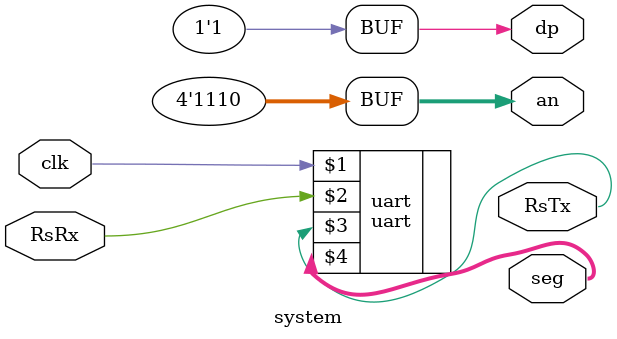
<source format=v>
`timescale 1ns / 1ns


module system(
//    input wire [11:0]sw, //vga
//    input btnC, btnU, btnL, //vga
//    output wire Hsync, Vsync, //vga
//    output wire [3:0] vgaRed, vgaGreen, vgaBlue, //vga
    output wire [6:0] seg,
    output wire [3:0] an,
    output dp,
    output wire RsTx, //uart
    input wire RsRx, //uart
    input clk //both
    );

/*    
vga vga(
    .clk(clk), .sw(sw),
    .push({btnL, btnU}),
    .hsync(Hsync), .vsync(Vsync),
    .rgb({vgaRed, vgaGreen, vgaBlue})
    );
*/
uart uart(clk,RsRx,RsTx,seg);
assign an = 4'b1110;
assign dp = 1;
//hexTo7Segment hexTo7Segment(seg, RsTx);

endmodule

</source>
